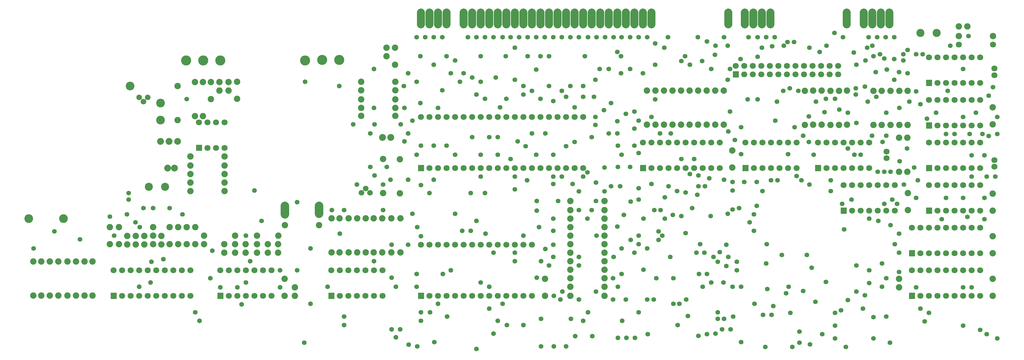
<source format=gbr>
%FSLAX34Y34*%
%MOMM*%
%LNSOLDERMASK_BOTTOM*%
G71*
G01*
%ADD10C,1.800*%
%ADD11C,1.400*%
%ADD12C,2.400*%
%ADD13C,2.400*%
%ADD14C,1.900*%
%ADD15C,1.420*%
%ADD16C,1.410*%
%ADD17C,1.800*%
%ADD18C,1.680*%
%ADD19C,2.040*%
%ADD20C,2.500*%
%ADD21C,2.200*%
%ADD22C,1.430*%
%ADD23C,3.000*%
%ADD24C,2.600*%
%ADD25C,2.000*%
%LPD*%
G36*
X2726262Y353488D02*
X2744262Y353488D01*
X2744262Y335488D01*
X2726262Y335488D01*
X2726262Y353488D01*
G37*
X2760662Y344488D02*
G54D10*
D03*
X2786062Y344488D02*
G54D10*
D03*
X2811462Y344488D02*
G54D10*
D03*
X2836862Y344488D02*
G54D10*
D03*
X2862262Y344488D02*
G54D10*
D03*
X2887662Y344488D02*
G54D10*
D03*
X2913062Y344488D02*
G54D10*
D03*
X2938462Y344488D02*
G54D10*
D03*
X2938462Y420688D02*
G54D10*
D03*
X2913062Y420688D02*
G54D10*
D03*
X2887662Y420688D02*
G54D10*
D03*
X2862262Y420688D02*
G54D10*
D03*
X2836862Y420688D02*
G54D10*
D03*
X2811462Y420688D02*
G54D10*
D03*
X2786062Y420688D02*
G54D10*
D03*
X2760662Y420688D02*
G54D10*
D03*
X2735262Y420688D02*
G54D10*
D03*
G36*
X2726262Y480488D02*
X2744262Y480488D01*
X2744262Y462488D01*
X2726262Y462488D01*
X2726262Y480488D01*
G37*
X2760662Y471488D02*
G54D10*
D03*
X2786062Y471488D02*
G54D10*
D03*
X2811462Y471488D02*
G54D10*
D03*
X2836862Y471488D02*
G54D10*
D03*
X2862262Y471488D02*
G54D10*
D03*
X2887662Y471488D02*
G54D10*
D03*
X2913062Y471488D02*
G54D10*
D03*
X2938462Y471488D02*
G54D10*
D03*
X2938462Y547688D02*
G54D10*
D03*
X2913062Y547688D02*
G54D10*
D03*
X2887662Y547688D02*
G54D10*
D03*
X2862262Y547688D02*
G54D10*
D03*
X2836862Y547688D02*
G54D10*
D03*
X2811462Y547688D02*
G54D10*
D03*
X2786062Y547688D02*
G54D10*
D03*
X2760662Y547688D02*
G54D10*
D03*
X2735262Y547688D02*
G54D10*
D03*
G36*
X2777062Y607488D02*
X2795062Y607488D01*
X2795062Y589488D01*
X2777062Y589488D01*
X2777062Y607488D01*
G37*
X2811462Y598488D02*
G54D10*
D03*
X2836862Y598488D02*
G54D10*
D03*
X2862262Y598488D02*
G54D10*
D03*
X2887662Y598488D02*
G54D10*
D03*
X2913062Y598488D02*
G54D10*
D03*
X2938462Y598488D02*
G54D10*
D03*
X2938462Y674688D02*
G54D10*
D03*
X2913062Y674688D02*
G54D10*
D03*
X2887662Y674688D02*
G54D10*
D03*
X2862262Y674688D02*
G54D10*
D03*
X2836862Y674688D02*
G54D10*
D03*
X2811462Y674688D02*
G54D10*
D03*
X2786062Y674688D02*
G54D10*
D03*
G36*
X2523062Y607488D02*
X2541062Y607488D01*
X2541062Y589488D01*
X2523062Y589488D01*
X2523062Y607488D01*
G37*
X2557462Y598488D02*
G54D10*
D03*
X2582862Y598488D02*
G54D10*
D03*
X2608262Y598488D02*
G54D10*
D03*
X2633662Y598488D02*
G54D10*
D03*
X2659062Y598488D02*
G54D10*
D03*
X2684462Y598488D02*
G54D10*
D03*
X2684462Y674688D02*
G54D10*
D03*
X2659062Y674688D02*
G54D10*
D03*
X2633662Y674688D02*
G54D10*
D03*
X2608262Y674688D02*
G54D10*
D03*
X2582862Y674688D02*
G54D10*
D03*
X2557462Y674688D02*
G54D10*
D03*
X2532062Y674688D02*
G54D10*
D03*
G36*
X2777062Y734488D02*
X2795062Y734488D01*
X2795062Y716488D01*
X2777062Y716488D01*
X2777062Y734488D01*
G37*
X2811462Y725488D02*
G54D10*
D03*
X2836862Y725488D02*
G54D10*
D03*
X2862262Y725488D02*
G54D10*
D03*
X2887662Y725488D02*
G54D10*
D03*
X2913062Y725488D02*
G54D10*
D03*
X2938462Y725488D02*
G54D10*
D03*
X2938462Y801688D02*
G54D10*
D03*
X2913062Y801688D02*
G54D10*
D03*
X2887662Y801688D02*
G54D10*
D03*
X2862262Y801688D02*
G54D10*
D03*
X2836862Y801688D02*
G54D10*
D03*
X2811462Y801688D02*
G54D10*
D03*
X2786062Y801688D02*
G54D10*
D03*
G36*
X2777062Y861488D02*
X2795062Y861488D01*
X2795062Y843488D01*
X2777062Y843488D01*
X2777062Y861488D01*
G37*
X2811462Y852488D02*
G54D10*
D03*
X2836862Y852488D02*
G54D10*
D03*
X2862262Y852488D02*
G54D10*
D03*
X2887662Y852488D02*
G54D10*
D03*
X2913062Y852488D02*
G54D10*
D03*
X2938462Y852488D02*
G54D10*
D03*
X2938462Y928688D02*
G54D10*
D03*
X2913062Y928688D02*
G54D10*
D03*
X2887662Y928688D02*
G54D10*
D03*
X2862262Y928688D02*
G54D10*
D03*
X2836862Y928688D02*
G54D10*
D03*
X2811462Y928688D02*
G54D10*
D03*
X2786062Y928688D02*
G54D10*
D03*
G36*
X2777062Y988488D02*
X2795062Y988488D01*
X2795062Y970488D01*
X2777062Y970488D01*
X2777062Y988488D01*
G37*
X2811462Y979488D02*
G54D10*
D03*
X2836862Y979488D02*
G54D10*
D03*
X2862262Y979488D02*
G54D10*
D03*
X2887662Y979488D02*
G54D10*
D03*
X2913062Y979488D02*
G54D10*
D03*
X2938462Y979488D02*
G54D10*
D03*
X2938462Y1055688D02*
G54D10*
D03*
X2913062Y1055688D02*
G54D10*
D03*
X2887662Y1055688D02*
G54D10*
D03*
X2862262Y1055688D02*
G54D10*
D03*
X2836862Y1055688D02*
G54D10*
D03*
X2811462Y1055688D02*
G54D10*
D03*
X2786062Y1055688D02*
G54D10*
D03*
G36*
X2446862Y734488D02*
X2464862Y734488D01*
X2464862Y716488D01*
X2446862Y716488D01*
X2446862Y734488D01*
G37*
X2481262Y725488D02*
G54D10*
D03*
X2506662Y725488D02*
G54D10*
D03*
X2532062Y725488D02*
G54D10*
D03*
X2557462Y725488D02*
G54D10*
D03*
X2582862Y725488D02*
G54D10*
D03*
X2608262Y725488D02*
G54D10*
D03*
X2608262Y801688D02*
G54D10*
D03*
X2582862Y801688D02*
G54D10*
D03*
X2557462Y801688D02*
G54D10*
D03*
X2532062Y801688D02*
G54D10*
D03*
X2506662Y801688D02*
G54D10*
D03*
X2481262Y801688D02*
G54D10*
D03*
X2455862Y801688D02*
G54D10*
D03*
G36*
X2230962Y734488D02*
X2248962Y734488D01*
X2248962Y716488D01*
X2230962Y716488D01*
X2230962Y734488D01*
G37*
X2265362Y725488D02*
G54D10*
D03*
X2290762Y725488D02*
G54D10*
D03*
X2316162Y725488D02*
G54D10*
D03*
X2341562Y725488D02*
G54D10*
D03*
X2366962Y725488D02*
G54D10*
D03*
X2392362Y725488D02*
G54D10*
D03*
X2392362Y801688D02*
G54D10*
D03*
X2366962Y801688D02*
G54D10*
D03*
X2341562Y801688D02*
G54D10*
D03*
X2316162Y801688D02*
G54D10*
D03*
X2290762Y801688D02*
G54D10*
D03*
X2265362Y801688D02*
G54D10*
D03*
X2239962Y801688D02*
G54D10*
D03*
G36*
X1926162Y734488D02*
X1944162Y734488D01*
X1944162Y716488D01*
X1926162Y716488D01*
X1926162Y734488D01*
G37*
X1960562Y725488D02*
G54D10*
D03*
X1985962Y725488D02*
G54D10*
D03*
X2011362Y725488D02*
G54D10*
D03*
X2036762Y725488D02*
G54D10*
D03*
X2062162Y725488D02*
G54D10*
D03*
X2087562Y725488D02*
G54D10*
D03*
X2112962Y725488D02*
G54D10*
D03*
X2138362Y725488D02*
G54D10*
D03*
X2163762Y725488D02*
G54D10*
D03*
X2163762Y801688D02*
G54D10*
D03*
X2138362Y801688D02*
G54D10*
D03*
X2112962Y801688D02*
G54D10*
D03*
X2087562Y801688D02*
G54D10*
D03*
X2062162Y801688D02*
G54D10*
D03*
X2036762Y801688D02*
G54D10*
D03*
X2011362Y801688D02*
G54D10*
D03*
X1985962Y801688D02*
G54D10*
D03*
X1960562Y801688D02*
G54D10*
D03*
X1935162Y801688D02*
G54D10*
D03*
G36*
X1265762Y734488D02*
X1283762Y734488D01*
X1283762Y716488D01*
X1265762Y716488D01*
X1265762Y734488D01*
G37*
X1300162Y725488D02*
G54D10*
D03*
X1325562Y725488D02*
G54D10*
D03*
X1350962Y725488D02*
G54D10*
D03*
X1376362Y725488D02*
G54D10*
D03*
X1401762Y725488D02*
G54D10*
D03*
X1427162Y725488D02*
G54D10*
D03*
X1452562Y725488D02*
G54D10*
D03*
X1477962Y725488D02*
G54D10*
D03*
X1503362Y725488D02*
G54D10*
D03*
X1528762Y725488D02*
G54D10*
D03*
X1554162Y725488D02*
G54D10*
D03*
X1579562Y725488D02*
G54D10*
D03*
X1604962Y725488D02*
G54D10*
D03*
X1630362Y725488D02*
G54D10*
D03*
X1655762Y725488D02*
G54D10*
D03*
X1681162Y725488D02*
G54D10*
D03*
X1706562Y725488D02*
G54D10*
D03*
X1731962Y725488D02*
G54D10*
D03*
X1757362Y725488D02*
G54D10*
D03*
X1757362Y877888D02*
G54D10*
D03*
X1731962Y877888D02*
G54D10*
D03*
X1706562Y877888D02*
G54D10*
D03*
X1681162Y877888D02*
G54D10*
D03*
X1655762Y877888D02*
G54D10*
D03*
X1630362Y877888D02*
G54D10*
D03*
X1604962Y877888D02*
G54D10*
D03*
X1579562Y877888D02*
G54D10*
D03*
X1554162Y877888D02*
G54D10*
D03*
X1528762Y877888D02*
G54D10*
D03*
X1503362Y877888D02*
G54D10*
D03*
X1477962Y877888D02*
G54D10*
D03*
X1452562Y877888D02*
G54D10*
D03*
X1427162Y877888D02*
G54D10*
D03*
X1401762Y877888D02*
G54D10*
D03*
X1376362Y877888D02*
G54D10*
D03*
X1350962Y877888D02*
G54D10*
D03*
X1325562Y877888D02*
G54D10*
D03*
X1300162Y877888D02*
G54D10*
D03*
X1274762Y877888D02*
G54D10*
D03*
G36*
X351362Y353488D02*
X369362Y353488D01*
X369362Y335488D01*
X351362Y335488D01*
X351362Y353488D01*
G37*
X385762Y344488D02*
G54D10*
D03*
X411162Y344488D02*
G54D10*
D03*
X436562Y344488D02*
G54D10*
D03*
X461962Y344488D02*
G54D10*
D03*
X487362Y344488D02*
G54D10*
D03*
X512762Y344488D02*
G54D10*
D03*
X538162Y344488D02*
G54D10*
D03*
X563562Y344488D02*
G54D10*
D03*
X588962Y344488D02*
G54D10*
D03*
X588962Y420688D02*
G54D10*
D03*
X563562Y420688D02*
G54D10*
D03*
X538162Y420688D02*
G54D10*
D03*
X512762Y420688D02*
G54D10*
D03*
X487362Y420688D02*
G54D10*
D03*
X461962Y420688D02*
G54D10*
D03*
X436562Y420688D02*
G54D10*
D03*
X411162Y420688D02*
G54D10*
D03*
X385762Y420688D02*
G54D10*
D03*
X360362Y420688D02*
G54D10*
D03*
G36*
X668862Y353488D02*
X686862Y353488D01*
X686862Y335488D01*
X668862Y335488D01*
X668862Y353488D01*
G37*
X703262Y344488D02*
G54D10*
D03*
X728662Y344488D02*
G54D10*
D03*
X754062Y344488D02*
G54D10*
D03*
X779462Y344488D02*
G54D10*
D03*
X804862Y344488D02*
G54D10*
D03*
X830262Y344488D02*
G54D10*
D03*
X830262Y420688D02*
G54D10*
D03*
X804862Y420688D02*
G54D10*
D03*
X779462Y420688D02*
G54D10*
D03*
X754062Y420688D02*
G54D10*
D03*
X728662Y420688D02*
G54D10*
D03*
X703262Y420688D02*
G54D10*
D03*
X677862Y420688D02*
G54D10*
D03*
G36*
X999062Y353488D02*
X1017062Y353488D01*
X1017062Y335488D01*
X999062Y335488D01*
X999062Y353488D01*
G37*
X1033462Y344488D02*
G54D10*
D03*
X1058862Y344488D02*
G54D10*
D03*
X1084262Y344488D02*
G54D10*
D03*
X1109662Y344488D02*
G54D10*
D03*
X1135062Y344488D02*
G54D10*
D03*
X1160462Y344488D02*
G54D10*
D03*
X1160462Y420688D02*
G54D10*
D03*
X1135062Y420688D02*
G54D10*
D03*
X1109662Y420688D02*
G54D10*
D03*
X1084262Y420688D02*
G54D10*
D03*
X1058862Y420688D02*
G54D10*
D03*
X1033462Y420688D02*
G54D10*
D03*
X1008062Y420688D02*
G54D10*
D03*
G36*
X1265762Y353488D02*
X1283762Y353488D01*
X1283762Y335488D01*
X1265762Y335488D01*
X1265762Y353488D01*
G37*
X1300162Y344488D02*
G54D10*
D03*
X1325562Y344488D02*
G54D10*
D03*
X1350962Y344488D02*
G54D10*
D03*
X1376362Y344488D02*
G54D10*
D03*
X1401762Y344488D02*
G54D10*
D03*
X1427162Y344488D02*
G54D10*
D03*
X1452562Y344488D02*
G54D10*
D03*
X1477962Y344488D02*
G54D10*
D03*
X1503362Y344488D02*
G54D10*
D03*
X1528762Y344488D02*
G54D10*
D03*
X1554162Y344488D02*
G54D10*
D03*
X1579562Y344488D02*
G54D10*
D03*
X1604962Y344488D02*
G54D10*
D03*
X1604962Y496888D02*
G54D10*
D03*
X1579562Y496888D02*
G54D10*
D03*
X1554162Y496888D02*
G54D10*
D03*
X1528762Y496888D02*
G54D10*
D03*
X1503362Y496888D02*
G54D10*
D03*
X1477962Y496888D02*
G54D10*
D03*
X1452562Y496888D02*
G54D10*
D03*
X1427162Y496888D02*
G54D10*
D03*
X1401762Y496888D02*
G54D10*
D03*
X1376362Y496888D02*
G54D10*
D03*
X1350962Y496888D02*
G54D10*
D03*
X1325562Y496888D02*
G54D10*
D03*
X1300162Y496888D02*
G54D10*
D03*
X1274762Y496888D02*
G54D10*
D03*
G36*
X605362Y794813D02*
X623362Y794813D01*
X623362Y776813D01*
X605362Y776813D01*
X605362Y794813D01*
G37*
X639762Y785813D02*
G54D10*
D03*
X665162Y785813D02*
G54D10*
D03*
X690562Y785813D02*
G54D10*
D03*
X690562Y862013D02*
G54D10*
D03*
X665162Y862013D02*
G54D10*
D03*
X639762Y862013D02*
G54D10*
D03*
X614362Y862013D02*
G54D10*
D03*
X1274762Y522288D02*
G54D11*
D03*
X1274762Y674688D02*
G54D11*
D03*
X1554162Y661988D02*
G54D11*
D03*
X1554162Y700088D02*
G54D11*
D03*
X1668462Y700088D02*
G54D11*
D03*
X1668462Y765176D02*
G54D11*
D03*
X1871662Y765176D02*
G54D11*
D03*
X1858962Y865188D02*
G54D11*
D03*
X1878012Y585788D02*
G54D11*
D03*
X2024062Y585788D02*
G54D11*
D03*
X1960562Y877888D02*
G54D11*
D03*
X2328862Y866776D02*
G54D11*
D03*
X2779712Y873126D02*
G54D11*
D03*
X1947862Y1116013D02*
G54D11*
D03*
G54D12*
X1960562Y1189038D02*
X1960562Y1154113D01*
G54D12*
X1935162Y1189038D02*
X1935162Y1154113D01*
G54D12*
X1909762Y1189038D02*
X1909762Y1154113D01*
G54D12*
X1884362Y1189038D02*
X1884362Y1154113D01*
G54D12*
X1858962Y1189038D02*
X1858962Y1154113D01*
G54D12*
X1833562Y1189038D02*
X1833562Y1154113D01*
G54D12*
X1808162Y1189038D02*
X1808162Y1154113D01*
G54D12*
X1782762Y1189038D02*
X1782762Y1154113D01*
G54D12*
X1757362Y1189038D02*
X1757362Y1154113D01*
G54D12*
X1731962Y1189038D02*
X1731962Y1154113D01*
G54D12*
X1706562Y1189038D02*
X1706562Y1154113D01*
G54D12*
X1681162Y1189038D02*
X1681162Y1154113D01*
G54D12*
X1655762Y1189038D02*
X1655762Y1154113D01*
G54D12*
X1630362Y1189038D02*
X1630362Y1154113D01*
G54D12*
X1604962Y1189038D02*
X1604962Y1154113D01*
G54D12*
X1579562Y1189038D02*
X1579562Y1154113D01*
G54D12*
X1554162Y1189038D02*
X1554162Y1154113D01*
G54D12*
X1528762Y1189038D02*
X1528762Y1154113D01*
G54D12*
X1503362Y1189038D02*
X1503362Y1154113D01*
G54D12*
X1477962Y1189038D02*
X1477962Y1154113D01*
G54D12*
X1452562Y1189038D02*
X1452562Y1154113D01*
G54D12*
X1427162Y1189038D02*
X1427162Y1154113D01*
G54D12*
X1401762Y1189038D02*
X1401762Y1154113D01*
G54D12*
X1350962Y1189038D02*
X1350962Y1154113D01*
G54D12*
X1325562Y1189038D02*
X1325562Y1154113D01*
G54D12*
X1300162Y1189038D02*
X1300162Y1154113D01*
G54D12*
X1274762Y1189038D02*
X1274762Y1154113D01*
X1262062Y1116013D02*
G54D11*
D03*
X1287462Y1116013D02*
G54D11*
D03*
X1312862Y1116013D02*
G54D11*
D03*
X1338262Y1116013D02*
G54D11*
D03*
X1414462Y1116013D02*
G54D11*
D03*
X1439862Y1116013D02*
G54D11*
D03*
X1465262Y1116013D02*
G54D11*
D03*
X1490662Y1116013D02*
G54D11*
D03*
X1517650Y1116013D02*
G54D11*
D03*
X1541462Y1116013D02*
G54D11*
D03*
X1566862Y1116013D02*
G54D11*
D03*
X1592262Y1116013D02*
G54D11*
D03*
X1617662Y1116013D02*
G54D11*
D03*
X1643062Y1116013D02*
G54D11*
D03*
X1668462Y1116013D02*
G54D11*
D03*
X1693862Y1116013D02*
G54D11*
D03*
X1719262Y1116013D02*
G54D11*
D03*
X1744662Y1116013D02*
G54D11*
D03*
X1771650Y1116013D02*
G54D11*
D03*
X1797050Y1116013D02*
G54D11*
D03*
X1822450Y1116013D02*
G54D11*
D03*
X1847850Y1116013D02*
G54D11*
D03*
X1871662Y1116013D02*
G54D11*
D03*
X1897062Y1116013D02*
G54D11*
D03*
X1922462Y1116013D02*
G54D11*
D03*
G54D12*
X2189162Y1189038D02*
X2189162Y1154113D01*
G54D12*
X2238374Y1189038D02*
X2238374Y1154113D01*
G54D12*
X2263774Y1189038D02*
X2263774Y1154113D01*
G54D12*
X2289174Y1189038D02*
X2289174Y1154113D01*
G54D12*
X2314574Y1189038D02*
X2314574Y1154113D01*
G54D12*
X2541587Y1189038D02*
X2541587Y1154113D01*
G54D12*
X2592387Y1189038D02*
X2592387Y1154113D01*
G54D12*
X2617787Y1189038D02*
X2617787Y1154113D01*
G54D12*
X2643187Y1189038D02*
X2643187Y1154113D01*
G54D12*
X2668587Y1189038D02*
X2668587Y1154113D01*
X2760662Y1128713D02*
G54D13*
D03*
X2809062Y1128713D02*
G54D13*
D03*
X2874962Y1147763D02*
G54D14*
D03*
X2900362Y1147763D02*
G54D14*
D03*
X2903537Y1119188D02*
G54D11*
D03*
X2849562Y1090613D02*
G54D11*
D03*
X2887662Y1020763D02*
G54D11*
D03*
X2747962Y1065213D02*
G54D11*
D03*
X2767012Y1065213D02*
G54D11*
D03*
X2976562Y966788D02*
G54D11*
D03*
X2989262Y877888D02*
G54D11*
D03*
X2925762Y890588D02*
G54D11*
D03*
X2887662Y877888D02*
G54D11*
D03*
X2806700Y890588D02*
G54D11*
D03*
X2722562Y1077913D02*
G54D11*
D03*
X2709862Y1065213D02*
G54D11*
D03*
X2709862Y1046163D02*
G54D11*
D03*
X2682874Y1050926D02*
G54D11*
D03*
X2697162Y1011238D02*
G54D11*
D03*
X2722562Y1008063D02*
G54D11*
D03*
X2682874Y989013D02*
G54D11*
D03*
X2697828Y904835D02*
G54D11*
D03*
X2963862Y941388D02*
G54D11*
D03*
X2963862Y820738D02*
G54D11*
D03*
X2836862Y827088D02*
G54D11*
D03*
X2862262Y827088D02*
G54D11*
D03*
X2906712Y827088D02*
G54D11*
D03*
X2944812Y827088D02*
G54D11*
D03*
X2951162Y763588D02*
G54D11*
D03*
X2913062Y763588D02*
G54D11*
D03*
X2989262Y827088D02*
G54D11*
D03*
X2913062Y700088D02*
G54D11*
D03*
X2957512Y700088D02*
G54D11*
D03*
X2982912Y700088D02*
G54D11*
D03*
X2951162Y636588D02*
G54D11*
D03*
X2887662Y636588D02*
G54D11*
D03*
X2836862Y636588D02*
G54D11*
D03*
X2824162Y573088D02*
G54D11*
D03*
X2900362Y579438D02*
G54D11*
D03*
X2951162Y573088D02*
G54D11*
D03*
X2913062Y369888D02*
G54D11*
D03*
X2887662Y369888D02*
G54D11*
D03*
X2989262Y217488D02*
G54D11*
D03*
X2957512Y230188D02*
G54D11*
D03*
X2938462Y242888D02*
G54D11*
D03*
X2887662Y255588D02*
G54D11*
D03*
X2773362Y268288D02*
G54D11*
D03*
X2786062Y293688D02*
G54D11*
D03*
X2760662Y306388D02*
G54D11*
D03*
X2747962Y369888D02*
G54D11*
D03*
X2727324Y923926D02*
G54D11*
D03*
X2760662Y915988D02*
G54D11*
D03*
X2682874Y1116013D02*
G54D11*
D03*
X2657474Y1116013D02*
G54D11*
D03*
X2632074Y1116013D02*
G54D11*
D03*
X2606674Y1116013D02*
G54D11*
D03*
X2975765Y395474D02*
G54D14*
D03*
X2975765Y344674D02*
G54D14*
D03*
X2975765Y522474D02*
G54D14*
D03*
X2975765Y471674D02*
G54D14*
D03*
X2975765Y649474D02*
G54D14*
D03*
X2975765Y598674D02*
G54D14*
D03*
X2975765Y906649D02*
G54D14*
D03*
X2975765Y855849D02*
G54D14*
D03*
X2980312Y729417D02*
G54D10*
D03*
X2980312Y749517D02*
G54D10*
D03*
X2980312Y1002467D02*
G54D10*
D03*
X2980312Y1022567D02*
G54D10*
D03*
X2841624Y955676D02*
G54D11*
D03*
X2747962Y954088D02*
G54D15*
D03*
X2659637Y754817D02*
G54D10*
D03*
X2659637Y774917D02*
G54D10*
D03*
X2530474Y1116013D02*
G54D15*
D03*
X2659062Y890588D02*
G54D15*
D03*
X2603500Y923926D02*
G54D15*
D03*
X2628900Y938213D02*
G54D15*
D03*
X2544762Y890588D02*
G54D15*
D03*
X2519362Y900113D02*
G54D15*
D03*
X2506662Y931863D02*
G54D15*
D03*
X2568574Y944563D02*
G54D15*
D03*
X2568574Y963613D02*
G54D15*
D03*
X2595562Y968376D02*
G54D15*
D03*
X2627312Y1011238D02*
G54D15*
D03*
X2660650Y1019176D02*
G54D15*
D03*
X2570162Y1033463D02*
G54D15*
D03*
X2597150Y1046163D02*
G54D15*
D03*
X2652712Y1052513D02*
G54D15*
D03*
X2620962Y1058863D02*
G54D15*
D03*
X2640012Y1065213D02*
G54D15*
D03*
X2617787Y1090613D02*
G54D15*
D03*
X2601912Y1084263D02*
G54D15*
D03*
X2647950Y803276D02*
G54D15*
D03*
X2659062Y822326D02*
G54D15*
D03*
X2616200Y822326D02*
G54D15*
D03*
X2720974Y784226D02*
G54D15*
D03*
X2698750Y746126D02*
G54D15*
D03*
X2428874Y879476D02*
G54D15*
D03*
X2436812Y428626D02*
G54D15*
D03*
X2570162Y860426D02*
G54D16*
D03*
X2386012Y847726D02*
G54D16*
D03*
X2411412Y822326D02*
G54D16*
D03*
X2428874Y803276D02*
G54D16*
D03*
X2443162Y765176D02*
G54D16*
D03*
X2544762Y784226D02*
G54D16*
D03*
X2563812Y765176D02*
G54D16*
D03*
X2582862Y765176D02*
G54D16*
D03*
X2366962Y766763D02*
G54D16*
D03*
X2474912Y892176D02*
G54D16*
D03*
X2392362Y701676D02*
G54D16*
D03*
X2406650Y688976D02*
G54D16*
D03*
X2430462Y676276D02*
G54D16*
D03*
X2493962Y688976D02*
G54D16*
D03*
X2493962Y657226D02*
G54D16*
D03*
X2301874Y441326D02*
G54D16*
D03*
X2635250Y568326D02*
G54D16*
D03*
G36*
X2202387Y1013888D02*
X2220387Y1013888D01*
X2220387Y995888D01*
X2202387Y995888D01*
X2202387Y1013888D01*
G37*
X2211387Y1030288D02*
G54D10*
D03*
X2236787Y1004888D02*
G54D10*
D03*
X2236787Y1030288D02*
G54D10*
D03*
X2262187Y1004888D02*
G54D10*
D03*
X2262187Y1030288D02*
G54D10*
D03*
X2287587Y1004888D02*
G54D10*
D03*
X2287587Y1030288D02*
G54D10*
D03*
X2312987Y1004888D02*
G54D10*
D03*
X2312987Y1030288D02*
G54D10*
D03*
X2338387Y1004888D02*
G54D10*
D03*
X2338387Y1030288D02*
G54D10*
D03*
X2363787Y1004888D02*
G54D10*
D03*
X2363787Y1030288D02*
G54D10*
D03*
X2389187Y1004888D02*
G54D10*
D03*
X2389187Y1030288D02*
G54D10*
D03*
X2414587Y1004888D02*
G54D10*
D03*
X2414587Y1030288D02*
G54D10*
D03*
X2439987Y1004888D02*
G54D10*
D03*
X2439987Y1030288D02*
G54D10*
D03*
X2465387Y1004888D02*
G54D10*
D03*
X2465387Y1030288D02*
G54D10*
D03*
X2490787Y1004888D02*
G54D10*
D03*
X2490787Y1030288D02*
G54D10*
D03*
X2516187Y1004888D02*
G54D10*
D03*
X2516187Y1030288D02*
G54D10*
D03*
X2671762Y714376D02*
G54D16*
D03*
X2652712Y714376D02*
G54D16*
D03*
X2633662Y714376D02*
G54D16*
D03*
X2741612Y727076D02*
G54D16*
D03*
X2752724Y688976D02*
G54D16*
D03*
X2711450Y676276D02*
G54D16*
D03*
X2670174Y204788D02*
G54D16*
D03*
X1911350Y219076D02*
G54D16*
D03*
X1720850Y276226D02*
G54D16*
D03*
X1631950Y276226D02*
G54D16*
D03*
X1631950Y193676D02*
G54D16*
D03*
X1263650Y193676D02*
G54D16*
D03*
X1173162Y728663D02*
G54D16*
D03*
X1123950Y728663D02*
G54D16*
D03*
X1123950Y828676D02*
G54D16*
D03*
X1096962Y904876D02*
G54D14*
D03*
X1198562Y904876D02*
G54D14*
D03*
X2193924Y893763D02*
G54D16*
D03*
X1909762Y893763D02*
G54D16*
D03*
X1909762Y842963D02*
G54D16*
D03*
X2201862Y658813D02*
G54D16*
D03*
X2036762Y657226D02*
G54D15*
D03*
X2676524Y631826D02*
G54D15*
D03*
X2555874Y631826D02*
G54D15*
D03*
X2544762Y331788D02*
G54D15*
D03*
X1846262Y333376D02*
G54D15*
D03*
X1795462Y357188D02*
G54D15*
D03*
X1262062Y371476D02*
G54D15*
D03*
X1262062Y409576D02*
G54D15*
D03*
X2449512Y923926D02*
G54D15*
D03*
X2468562Y230188D02*
G54D15*
D03*
X2100262Y225426D02*
G54D15*
D03*
X2506662Y217488D02*
G54D15*
D03*
X2620962Y217488D02*
G54D15*
D03*
X2620962Y280988D02*
G54D15*
D03*
X2203450Y282576D02*
G54D15*
D03*
X2201862Y371476D02*
G54D15*
D03*
X1719262Y344488D02*
G54D14*
D03*
X1820862Y344488D02*
G54D14*
D03*
X1744662Y434976D02*
G54D15*
D03*
X1655762Y434976D02*
G54D15*
D03*
X1236662Y496888D02*
G54D15*
D03*
X1223962Y969963D02*
G54D15*
D03*
X1225550Y904876D02*
G54D15*
D03*
X1325562Y904876D02*
G54D15*
D03*
X1214437Y855663D02*
G54D15*
D03*
X1096962Y881063D02*
G54D14*
D03*
X1198562Y881063D02*
G54D14*
D03*
X1579557Y969958D02*
G54D15*
D03*
X2697828Y955635D02*
G54D14*
D03*
X2697828Y854035D02*
G54D14*
D03*
X2697393Y815975D02*
G54D14*
D03*
X2697393Y714376D02*
G54D14*
D03*
X2721945Y815950D02*
G54D14*
D03*
X2721945Y714350D02*
G54D14*
D03*
X2874962Y1119188D02*
G54D14*
D03*
X2976562Y1119188D02*
G54D14*
D03*
X2874962Y1093788D02*
G54D17*
D03*
X2976562Y1093788D02*
G54D17*
D03*
X2671762Y555626D02*
G54D15*
D03*
X2645382Y955512D02*
G54D14*
D03*
X2645382Y853912D02*
G54D14*
D03*
X2671414Y955853D02*
G54D14*
D03*
X2671414Y854253D02*
G54D14*
D03*
X2722214Y955853D02*
G54D14*
D03*
X2722214Y854253D02*
G54D14*
D03*
X2620614Y955853D02*
G54D14*
D03*
X2620614Y854253D02*
G54D14*
D03*
X2652712Y619126D02*
G54D15*
D03*
X2690812Y619126D02*
G54D15*
D03*
X2527300Y619126D02*
G54D15*
D03*
X2608262Y574676D02*
G54D15*
D03*
X2723352Y651062D02*
G54D14*
D03*
X2723352Y600261D02*
G54D14*
D03*
X2747962Y636588D02*
G54D15*
D03*
X2201066Y778061D02*
G54D14*
D03*
X2201066Y727261D02*
G54D14*
D03*
X2335212Y688976D02*
G54D15*
D03*
X2208212Y809626D02*
G54D15*
D03*
X2220912Y606426D02*
G54D15*
D03*
X2273300Y612776D02*
G54D15*
D03*
X2400300Y204788D02*
G54D15*
D03*
X1314450Y206376D02*
G54D15*
D03*
X2533650Y542926D02*
G54D15*
D03*
X2538412Y192088D02*
G54D15*
D03*
X1439862Y185738D02*
G54D15*
D03*
X1452562Y384176D02*
G54D15*
D03*
X754062Y384176D02*
G54D15*
D03*
X2327274Y1116013D02*
G54D15*
D03*
X2301874Y1116013D02*
G54D15*
D03*
X2276474Y1116013D02*
G54D15*
D03*
X2249487Y1116013D02*
G54D15*
D03*
X2176462Y1116013D02*
G54D15*
D03*
X2416512Y956104D02*
G54D14*
D03*
X2416512Y854504D02*
G54D14*
D03*
X1985962Y828676D02*
G54D15*
D03*
X1966912Y333376D02*
G54D15*
D03*
X2043112Y320676D02*
G54D15*
D03*
X2397124Y955676D02*
G54D15*
D03*
X2352674Y955676D02*
G54D15*
D03*
X2354262Y1090613D02*
G54D15*
D03*
X2441388Y956307D02*
G54D14*
D03*
X2441387Y854707D02*
G54D14*
D03*
X2430462Y1084263D02*
G54D15*
D03*
X2562224Y1069976D02*
G54D15*
D03*
X2505074Y1128713D02*
G54D15*
D03*
X2481262Y1090613D02*
G54D15*
D03*
X2460624Y1071563D02*
G54D15*
D03*
X2365374Y1101726D02*
G54D15*
D03*
X2384424Y1101726D02*
G54D15*
D03*
X2319337Y1089026D02*
G54D15*
D03*
X2289174Y1084263D02*
G54D15*
D03*
X2479674Y931863D02*
G54D15*
D03*
X2371724Y963613D02*
G54D15*
D03*
X2187574Y1090613D02*
G54D15*
D03*
X2225674Y1050926D02*
G54D15*
D03*
X2276474Y1057276D02*
G54D15*
D03*
X2333624Y923926D02*
G54D15*
D03*
X2276474Y930276D02*
G54D15*
D03*
X2246312Y930276D02*
G54D15*
D03*
X2447924Y327026D02*
G54D15*
D03*
X2063750Y333376D02*
G54D15*
D03*
X2466787Y956306D02*
G54D14*
D03*
X2466787Y854706D02*
G54D14*
D03*
X2479674Y385763D02*
G54D15*
D03*
X2112962Y371476D02*
G54D15*
D03*
X1992312Y523876D02*
G54D15*
D03*
X1922462Y523876D02*
G54D15*
D03*
X1922462Y631826D02*
G54D15*
D03*
X2290762Y657226D02*
G54D15*
D03*
X2492712Y956104D02*
G54D14*
D03*
X2492712Y854504D02*
G54D14*
D03*
X2542363Y854732D02*
G54D14*
D03*
X2542363Y956332D02*
G54D14*
D03*
X2518112Y956105D02*
G54D14*
D03*
X2518112Y854505D02*
G54D14*
D03*
X800100Y568326D02*
G54D15*
D03*
X1136650Y703263D02*
G54D15*
D03*
X1136650Y855663D02*
G54D15*
D03*
X1833562Y828676D02*
G54D15*
D03*
X1858962Y1071563D02*
G54D15*
D03*
X2227262Y847726D02*
G54D15*
D03*
X2265362Y538163D02*
G54D15*
D03*
X2105024Y498476D02*
G54D15*
D03*
X2093912Y473076D02*
G54D15*
D03*
X2117724Y473076D02*
G54D15*
D03*
X2182812Y496888D02*
G54D15*
D03*
X2163762Y474663D02*
G54D15*
D03*
X2144712Y460376D02*
G54D15*
D03*
X2157412Y446088D02*
G54D15*
D03*
X2182812Y433388D02*
G54D15*
D03*
X2189162Y460376D02*
G54D15*
D03*
X2214562Y446088D02*
G54D15*
D03*
X2214562Y420688D02*
G54D15*
D03*
X2101850Y409576D02*
G54D15*
D03*
X2125662Y409576D02*
G54D15*
D03*
X2138362Y384176D02*
G54D15*
D03*
X2174874Y384176D02*
G54D15*
D03*
X2227262Y371476D02*
G54D15*
D03*
X2100262Y703263D02*
G54D15*
D03*
X2100262Y671513D02*
G54D15*
D03*
X2119312Y671513D02*
G54D15*
D03*
X2011362Y671513D02*
G54D15*
D03*
X1866900Y671513D02*
G54D15*
D03*
X1858962Y828676D02*
G54D15*
D03*
X1922462Y866776D02*
G54D15*
D03*
X1249362Y866776D02*
G54D15*
D03*
X1249362Y588963D02*
G54D15*
D03*
X1376362Y588963D02*
G54D15*
D03*
X2227262Y766763D02*
G54D15*
D03*
X2193924Y1020763D02*
G54D15*
D03*
X1935162Y1008063D02*
G54D15*
D03*
X1922462Y769938D02*
G54D15*
D03*
X1274762Y792163D02*
G54D15*
D03*
X1263650Y549276D02*
G54D15*
D03*
X1922462Y665163D02*
G54D15*
D03*
X2062162Y652463D02*
G54D15*
D03*
X2252662Y563563D02*
G54D15*
D03*
X2265362Y587376D02*
G54D15*
D03*
X2347912Y466726D02*
G54D15*
D03*
X2303462Y498476D02*
G54D15*
D03*
X2136774Y582613D02*
G54D15*
D03*
X2187574Y588963D02*
G54D15*
D03*
X2201862Y601663D02*
G54D15*
D03*
X2097087Y646113D02*
G54D15*
D03*
X2081212Y606426D02*
G54D15*
D03*
X2062162Y531813D02*
G54D15*
D03*
X2697162Y530226D02*
G54D15*
D03*
X2684462Y498476D02*
G54D15*
D03*
X2697162Y473076D02*
G54D15*
D03*
X2697162Y415926D02*
G54D15*
D03*
X2646362Y371476D02*
G54D15*
D03*
X2659062Y396876D02*
G54D15*
D03*
X2608262Y382588D02*
G54D15*
D03*
X2608262Y420688D02*
G54D15*
D03*
X2646362Y441326D02*
G54D15*
D03*
X2570162Y434976D02*
G54D15*
D03*
X2570162Y357188D02*
G54D15*
D03*
X2595562Y346076D02*
G54D15*
D03*
X2589212Y306388D02*
G54D15*
D03*
X2659062Y282576D02*
G54D15*
D03*
X2524124Y301626D02*
G54D15*
D03*
X2506662Y293688D02*
G54D15*
D03*
X2506662Y255588D02*
G54D15*
D03*
X2422524Y466726D02*
G54D15*
D03*
X2368550Y371476D02*
G54D15*
D03*
X2411412Y358776D02*
G54D15*
D03*
X2305050Y365126D02*
G54D15*
D03*
X2360612Y352426D02*
G54D15*
D03*
X2298700Y192088D02*
G54D15*
D03*
X2379662Y192088D02*
G54D15*
D03*
X2400300Y238126D02*
G54D15*
D03*
X2432050Y200026D02*
G54D15*
D03*
X2373312Y293688D02*
G54D15*
D03*
X2266950Y320676D02*
G54D15*
D03*
X2322512Y314326D02*
G54D15*
D03*
X2292350Y287338D02*
G54D15*
D03*
X2317750Y287338D02*
G54D15*
D03*
X2227262Y206376D02*
G54D15*
D03*
X2316162Y688976D02*
G54D15*
D03*
X2236787Y684213D02*
G54D15*
D03*
X2273300Y684213D02*
G54D15*
D03*
X2201862Y684213D02*
G54D15*
D03*
X2176462Y690563D02*
G54D15*
D03*
X2132012Y695326D02*
G54D15*
D03*
X2074862Y708026D02*
G54D15*
D03*
X2049462Y582613D02*
G54D15*
D03*
X2049462Y752476D02*
G54D15*
D03*
X2087562Y752476D02*
G54D15*
D03*
X1960562Y677863D02*
G54D15*
D03*
X1668462Y574676D02*
G54D15*
D03*
X1668462Y677863D02*
G54D15*
D03*
X1376362Y765176D02*
G54D15*
D03*
X1262062Y765176D02*
G54D15*
D03*
X1262062Y982663D02*
G54D15*
D03*
X1096962Y982663D02*
G54D14*
D03*
X1198562Y982663D02*
G54D14*
D03*
X1096962Y957263D02*
G54D14*
D03*
X1198562Y957263D02*
G54D14*
D03*
X1858962Y550863D02*
G54D15*
D03*
X1839912Y671513D02*
G54D15*
D03*
X1971674Y930276D02*
G54D15*
D03*
X1897062Y728663D02*
G54D15*
D03*
X1860550Y728663D02*
G54D15*
D03*
X1860550Y792163D02*
G54D15*
D03*
X1350962Y792163D02*
G54D15*
D03*
X1338262Y957263D02*
G54D15*
D03*
X1046162Y282576D02*
G54D15*
D03*
X1046164Y257176D02*
G54D15*
D03*
X1046162Y600076D02*
G54D15*
D03*
X1162050Y600076D02*
G54D15*
D03*
X603250Y295276D02*
G54D15*
D03*
X1161701Y752653D02*
G54D14*
D03*
X1161701Y651053D02*
G54D14*
D03*
X1212232Y751658D02*
G54D14*
D03*
X1212232Y650058D02*
G54D14*
D03*
X1162050Y676276D02*
G54D15*
D03*
X1123001Y651991D02*
G54D18*
D03*
X1110301Y664691D02*
G54D18*
D03*
X1097601Y651991D02*
G54D18*
D03*
X1160170Y816990D02*
G54D19*
D03*
X1185070Y816990D02*
G54D19*
D03*
X1159844Y575444D02*
G54D14*
D03*
X1159844Y473844D02*
G54D14*
D03*
X1085231Y575444D02*
G54D14*
D03*
X1085231Y473844D02*
G54D14*
D03*
X588962Y760413D02*
G54D14*
D03*
X690562Y760413D02*
G54D14*
D03*
X1530350Y257176D02*
G54D15*
D03*
X1274762Y269876D02*
G54D15*
D03*
X1274762Y295276D02*
G54D15*
D03*
X1301750Y295276D02*
G54D15*
D03*
X1517650Y320676D02*
G54D15*
D03*
X1197765Y1084449D02*
G54D14*
D03*
X1197765Y1033649D02*
G54D14*
D03*
X1172365Y1084449D02*
G54D14*
D03*
X1172365Y1059049D02*
G54D14*
D03*
X927100Y204788D02*
G54D15*
D03*
G54D20*
X971550Y612776D02*
X971550Y588963D01*
G54D20*
X869950Y612776D02*
X869950Y587376D01*
X869950Y587380D02*
G54D21*
D03*
X971550Y588968D02*
G54D21*
D03*
X869950Y555626D02*
G54D14*
D03*
X971550Y555626D02*
G54D14*
D03*
X588962Y657226D02*
G54D14*
D03*
X690562Y657226D02*
G54D14*
D03*
X588962Y682626D02*
G54D14*
D03*
X690562Y682626D02*
G54D14*
D03*
X2176462Y276226D02*
G54D15*
D03*
X2157412Y295276D02*
G54D15*
D03*
X2157412Y276226D02*
G54D15*
D03*
X2151062Y231776D02*
G54D15*
D03*
X2125662Y230188D02*
G54D15*
D03*
X2170112Y244476D02*
G54D15*
D03*
X2195512Y244476D02*
G54D15*
D03*
X2068512Y284163D02*
G54D15*
D03*
X2038350Y257176D02*
G54D15*
D03*
X2025650Y320676D02*
G54D15*
D03*
X1947862Y333376D02*
G54D15*
D03*
X1949450Y230188D02*
G54D15*
D03*
X1922462Y295276D02*
G54D15*
D03*
X1884362Y333376D02*
G54D15*
D03*
X1981200Y536576D02*
G54D15*
D03*
X1981200Y511176D02*
G54D15*
D03*
X2016124Y460376D02*
G54D15*
D03*
X2025650Y396876D02*
G54D15*
D03*
X1974850Y396876D02*
G54D15*
D03*
X1936750Y422276D02*
G54D15*
D03*
X1947862Y485776D02*
G54D15*
D03*
X1922462Y498476D02*
G54D15*
D03*
X1898650Y511176D02*
G54D15*
D03*
X1871662Y485776D02*
G54D15*
D03*
X1909762Y473076D02*
G54D15*
D03*
X1847850Y460376D02*
G54D15*
D03*
X1871662Y409576D02*
G54D15*
D03*
X1846262Y396876D02*
G54D15*
D03*
X1860550Y371476D02*
G54D15*
D03*
X1936750Y574676D02*
G54D15*
D03*
X2000250Y574676D02*
G54D15*
D03*
X2000250Y638176D02*
G54D15*
D03*
X1898650Y625476D02*
G54D15*
D03*
X1968500Y600076D02*
G54D15*
D03*
X1987550Y600076D02*
G54D15*
D03*
X1795462Y682626D02*
G54D15*
D03*
X1795462Y627063D02*
G54D15*
D03*
X1782762Y600076D02*
G54D15*
D03*
X1797050Y523876D02*
G54D15*
D03*
X1971674Y1096963D02*
G54D15*
D03*
X1971674Y1033463D02*
G54D15*
D03*
X2009774Y1116013D02*
G54D15*
D03*
X1998662Y1084263D02*
G54D15*
D03*
X2060574Y1058863D02*
G54D15*
D03*
X2049462Y1044576D02*
G54D15*
D03*
X2074862Y1033463D02*
G54D15*
D03*
X2098674Y1116013D02*
G54D15*
D03*
X2111374Y1044576D02*
G54D15*
D03*
X2125662Y1103313D02*
G54D15*
D03*
X2151062Y1090613D02*
G54D15*
D03*
X2149474Y1063626D02*
G54D15*
D03*
X2138362Y1020763D02*
G54D15*
D03*
X2187574Y989013D02*
G54D15*
D03*
X1897062Y1020763D02*
G54D15*
D03*
X2189162Y835026D02*
G54D15*
D03*
X1884362Y887413D02*
G54D15*
D03*
X2017712Y828676D02*
G54D15*
D03*
X1909762Y792163D02*
G54D15*
D03*
X1870074Y1058863D02*
G54D15*
D03*
X1870074Y1008063D02*
G54D15*
D03*
X1762124Y1058863D02*
G54D15*
D03*
X1806574Y1020763D02*
G54D15*
D03*
X1833562Y1020763D02*
G54D15*
D03*
X1793874Y989013D02*
G54D15*
D03*
X1757362Y969963D02*
G54D15*
D03*
X1757362Y938213D02*
G54D15*
D03*
X1789112Y938213D02*
G54D15*
D03*
X1839912Y919163D02*
G54D15*
D03*
X1819274Y898526D02*
G54D15*
D03*
X1793874Y877888D02*
G54D15*
D03*
X1793874Y854076D02*
G54D15*
D03*
X1363662Y1008063D02*
G54D15*
D03*
X1390650Y982663D02*
G54D15*
D03*
X1401762Y1008063D02*
G54D15*
D03*
X1376362Y1046163D02*
G54D15*
D03*
X1350962Y1058863D02*
G54D15*
D03*
X1452562Y1058863D02*
G54D15*
D03*
X1452562Y982663D02*
G54D15*
D03*
X1427162Y995363D02*
G54D15*
D03*
X1497012Y995363D02*
G54D15*
D03*
X1439862Y944563D02*
G54D15*
D03*
X1465262Y931863D02*
G54D15*
D03*
X1509712Y906463D02*
G54D15*
D03*
X1528762Y931863D02*
G54D15*
D03*
X1527174Y1058863D02*
G54D15*
D03*
X1592262Y1058863D02*
G54D15*
D03*
X1630362Y1058863D02*
G54D15*
D03*
X1655762Y1058863D02*
G54D15*
D03*
X1617662Y1019176D02*
G54D15*
D03*
X1604962Y955676D02*
G54D15*
D03*
X1579562Y944563D02*
G54D15*
D03*
X1630362Y931863D02*
G54D15*
D03*
X1668462Y925513D02*
G54D15*
D03*
X1731962Y906463D02*
G54D15*
D03*
X1706562Y938213D02*
G54D15*
D03*
X1719262Y969963D02*
G54D15*
D03*
X1693862Y955676D02*
G54D15*
D03*
X1655762Y969963D02*
G54D15*
D03*
X1554162Y1084263D02*
G54D15*
D03*
X1554162Y989013D02*
G54D15*
D03*
X1427162Y817563D02*
G54D15*
D03*
X1477962Y817563D02*
G54D15*
D03*
X1503362Y817563D02*
G54D15*
D03*
X1503362Y765176D02*
G54D15*
D03*
X1452562Y765176D02*
G54D15*
D03*
X1617662Y765176D02*
G54D15*
D03*
X1541462Y752476D02*
G54D15*
D03*
X1562100Y804863D02*
G54D15*
D03*
X1585912Y790576D02*
G54D15*
D03*
X1604962Y828676D02*
G54D15*
D03*
X1644650Y828676D02*
G54D15*
D03*
X1706562Y790576D02*
G54D15*
D03*
X1731962Y803276D02*
G54D15*
D03*
X1782762Y817563D02*
G54D15*
D03*
X1452562Y700088D02*
G54D15*
D03*
X1693862Y700088D02*
G54D15*
D03*
X1757362Y700088D02*
G54D15*
D03*
X1770062Y712788D02*
G54D15*
D03*
X1820862Y727076D02*
G54D15*
D03*
X1820862Y655638D02*
G54D15*
D03*
X1744662Y655638D02*
G54D15*
D03*
X1725612Y677863D02*
G54D15*
D03*
X1744662Y600076D02*
G54D15*
D03*
X1770062Y574676D02*
G54D15*
D03*
X1682750Y627063D02*
G54D15*
D03*
X1619250Y627063D02*
G54D22*
D03*
X1590674Y688976D02*
G54D22*
D03*
X1619250Y598488D02*
G54D22*
D03*
X1625600Y549276D02*
G54D22*
D03*
X1668462Y538163D02*
G54D22*
D03*
X1668462Y496888D02*
G54D22*
D03*
X1668462Y460376D02*
G54D22*
D03*
X1744662Y460376D02*
G54D22*
D03*
X1744662Y333376D02*
G54D22*
D03*
X1733550Y223838D02*
G54D22*
D03*
X1784350Y223838D02*
G54D22*
D03*
X1757362Y269876D02*
G54D22*
D03*
X1771650Y295276D02*
G54D22*
D03*
X1860550Y219076D02*
G54D22*
D03*
X1873250Y269876D02*
G54D22*
D03*
X1885950Y219076D02*
G54D22*
D03*
X1689100Y333376D02*
G54D22*
D03*
X1695450Y357188D02*
G54D22*
D03*
X1339850Y409576D02*
G54D22*
D03*
X1325562Y320676D02*
G54D22*
D03*
X1352550Y282576D02*
G54D22*
D03*
X1477962Y306388D02*
G54D22*
D03*
X1477962Y371476D02*
G54D22*
D03*
X1363662Y420688D02*
G54D22*
D03*
X1490662Y473076D02*
G54D22*
D03*
X1554162Y473076D02*
G54D22*
D03*
X1554162Y447676D02*
G54D22*
D03*
X1631950Y447676D02*
G54D22*
D03*
X1644650Y484188D02*
G54D22*
D03*
X1579562Y523876D02*
G54D22*
D03*
X1466850Y530226D02*
G54D22*
D03*
X1439862Y568326D02*
G54D22*
D03*
X1422400Y538163D02*
G54D22*
D03*
X1397000Y538163D02*
G54D22*
D03*
X1670050Y193676D02*
G54D22*
D03*
X1706562Y193676D02*
G54D22*
D03*
X1670050Y344488D02*
G54D22*
D03*
X1619250Y398463D02*
G54D22*
D03*
X1643853Y395474D02*
G54D14*
D03*
X1643853Y344674D02*
G54D14*
D03*
X1579562Y257176D02*
G54D22*
D03*
X1490662Y231776D02*
G54D22*
D03*
X1503362Y269876D02*
G54D22*
D03*
X1312862Y792163D02*
G54D22*
D03*
X1312862Y690563D02*
G54D22*
D03*
X1300162Y650876D02*
G54D22*
D03*
X1422400Y650876D02*
G54D22*
D03*
X1465262Y650876D02*
G54D22*
D03*
X1236662Y828676D02*
G54D22*
D03*
X1225550Y804863D02*
G54D22*
D03*
X1236662Y690563D02*
G54D22*
D03*
X1184274Y690563D02*
G54D22*
D03*
X1312862Y1033463D02*
G54D22*
D03*
X1273174Y919163D02*
G54D22*
D03*
X1273174Y1058863D02*
G54D22*
D03*
X1096962Y930276D02*
G54D14*
D03*
X1198562Y930276D02*
G54D14*
D03*
X930274Y982663D02*
G54D22*
D03*
X1031874Y969963D02*
G54D22*
D03*
X1135062Y1020763D02*
G54D22*
D03*
X1135062Y904876D02*
G54D22*
D03*
X1236662Y1008063D02*
G54D22*
D03*
X1073150Y855663D02*
G54D22*
D03*
X1084262Y676276D02*
G54D22*
D03*
X930272Y1046168D02*
G54D23*
D03*
X981072Y1047748D02*
G54D23*
D03*
X1031872Y1047748D02*
G54D23*
D03*
X1187450Y398463D02*
G54D22*
D03*
X1187450Y244476D02*
G54D22*
D03*
X1212850Y244476D02*
G54D22*
D03*
X1200150Y220663D02*
G54D22*
D03*
X1200150Y371476D02*
G54D22*
D03*
X1238250Y198438D02*
G54D22*
D03*
X1135062Y447676D02*
G54D22*
D03*
X1187450Y496888D02*
G54D22*
D03*
X1033462Y530226D02*
G54D22*
D03*
X855662Y369888D02*
G54D22*
D03*
X855662Y420688D02*
G54D22*
D03*
X906462Y420688D02*
G54D22*
D03*
X869153Y395474D02*
G54D14*
D03*
X869153Y344674D02*
G54D14*
D03*
X899315Y370074D02*
G54D14*
D03*
X899315Y344674D02*
G54D14*
D03*
X1719262Y371476D02*
G54D14*
D03*
X1820862Y371476D02*
G54D14*
D03*
X1719262Y396876D02*
G54D14*
D03*
X1820862Y396876D02*
G54D14*
D03*
X1719262Y422276D02*
G54D14*
D03*
X1820862Y422276D02*
G54D14*
D03*
X1719262Y447676D02*
G54D14*
D03*
X1820862Y447676D02*
G54D14*
D03*
X1719262Y473076D02*
G54D14*
D03*
X1820862Y473076D02*
G54D14*
D03*
X1719262Y498476D02*
G54D14*
D03*
X1820862Y498476D02*
G54D14*
D03*
X1719262Y523876D02*
G54D14*
D03*
X1820862Y523876D02*
G54D14*
D03*
X1719262Y549276D02*
G54D14*
D03*
X1820862Y549276D02*
G54D14*
D03*
X1719262Y574676D02*
G54D14*
D03*
X1820862Y574676D02*
G54D14*
D03*
X1719262Y600076D02*
G54D14*
D03*
X1820862Y600076D02*
G54D14*
D03*
X2175844Y956445D02*
G54D14*
D03*
X2175844Y854845D02*
G54D14*
D03*
X2150444Y956445D02*
G54D14*
D03*
X2150444Y854845D02*
G54D14*
D03*
X2125044Y956445D02*
G54D14*
D03*
X2125044Y854845D02*
G54D14*
D03*
X2099644Y956445D02*
G54D14*
D03*
X2099644Y854845D02*
G54D14*
D03*
X2074244Y956445D02*
G54D14*
D03*
X2074244Y854845D02*
G54D14*
D03*
X2048844Y956445D02*
G54D14*
D03*
X2048844Y854845D02*
G54D14*
D03*
X2023444Y956445D02*
G54D14*
D03*
X2023444Y854845D02*
G54D14*
D03*
X1998044Y956445D02*
G54D14*
D03*
X1998044Y854845D02*
G54D14*
D03*
X1972644Y956445D02*
G54D14*
D03*
X1972644Y854845D02*
G54D14*
D03*
X1947244Y956445D02*
G54D14*
D03*
X1947244Y854845D02*
G54D14*
D03*
X1719262Y627063D02*
G54D14*
D03*
X1820862Y627063D02*
G54D14*
D03*
X2697158Y395474D02*
G54D14*
D03*
X2697158Y370074D02*
G54D14*
D03*
X1213819Y575444D02*
G54D14*
D03*
X1213819Y473844D02*
G54D14*
D03*
X1186831Y575444D02*
G54D14*
D03*
X1186831Y473844D02*
G54D14*
D03*
X1134444Y575444D02*
G54D14*
D03*
X1134444Y473844D02*
G54D14*
D03*
X1110631Y575444D02*
G54D14*
D03*
X1110631Y473844D02*
G54D14*
D03*
X1059831Y575444D02*
G54D14*
D03*
X1059831Y473844D02*
G54D14*
D03*
X1032844Y575444D02*
G54D14*
D03*
X1032844Y473844D02*
G54D14*
D03*
X1009031Y575444D02*
G54D14*
D03*
X1009031Y473844D02*
G54D14*
D03*
X1009650Y600076D02*
G54D22*
D03*
X946150Y485776D02*
G54D22*
D03*
X906462Y623888D02*
G54D22*
D03*
X996950Y371476D02*
G54D22*
D03*
X946150Y320676D02*
G54D22*
D03*
X615950Y269876D02*
G54D22*
D03*
X508000Y454026D02*
G54D22*
D03*
X473074Y446088D02*
G54D22*
D03*
X469900Y384176D02*
G54D22*
D03*
X436562Y371476D02*
G54D22*
D03*
X654050Y479426D02*
G54D22*
D03*
X647700Y396876D02*
G54D22*
D03*
X602632Y981844D02*
G54D14*
D03*
X602632Y880244D02*
G54D14*
D03*
X626444Y981844D02*
G54D14*
D03*
X626444Y880244D02*
G54D14*
D03*
X627062Y1046168D02*
G54D23*
D03*
X576262Y1046168D02*
G54D23*
D03*
X677862Y1046168D02*
G54D23*
D03*
X675478Y982055D02*
G54D14*
D03*
X675478Y956655D02*
G54D14*
D03*
X702465Y982055D02*
G54D14*
D03*
X702465Y956655D02*
G54D14*
D03*
X727866Y982849D02*
G54D14*
D03*
X727866Y932049D02*
G54D14*
D03*
X650078Y982055D02*
G54D14*
D03*
X650078Y931255D02*
G54D14*
D03*
X779462Y658813D02*
G54D22*
D03*
X677862Y369888D02*
G54D22*
D03*
X728662Y369888D02*
G54D22*
D03*
X766762Y447676D02*
G54D22*
D03*
X754062Y523876D02*
G54D22*
D03*
X741362Y319088D02*
G54D22*
D03*
X819147Y498475D02*
G54D14*
D03*
X819147Y473075D02*
G54D14*
D03*
X849627Y498446D02*
G54D14*
D03*
X849627Y473046D02*
G54D14*
D03*
X721515Y498661D02*
G54D14*
D03*
X721515Y473261D02*
G54D14*
D03*
X753265Y498661D02*
G54D14*
D03*
X753265Y473261D02*
G54D14*
D03*
X786602Y498661D02*
G54D14*
D03*
X786602Y473261D02*
G54D14*
D03*
X689765Y498661D02*
G54D14*
D03*
X689765Y473261D02*
G54D14*
D03*
X629440Y524061D02*
G54D14*
D03*
X629440Y498661D02*
G54D14*
D03*
X577850Y931466D02*
G54D15*
D03*
X500062Y868363D02*
G54D24*
D03*
X500062Y919163D02*
G54D24*
D03*
X436562Y936625D02*
G54D18*
D03*
X449262Y923925D02*
G54D18*
D03*
X461962Y936625D02*
G54D18*
D03*
X550451Y969759D02*
G54D14*
D03*
X550451Y868159D02*
G54D14*
D03*
X409580Y969960D02*
G54D24*
D03*
X721520Y523880D02*
G54D14*
D03*
X786610Y523880D02*
G54D14*
D03*
X850110Y523880D02*
G54D14*
D03*
X524962Y804862D02*
G54D19*
D03*
X500062Y804862D02*
G54D19*
D03*
X588962Y708026D02*
G54D14*
D03*
X690562Y708026D02*
G54D14*
D03*
X588962Y733426D02*
G54D14*
D03*
X690562Y733426D02*
G54D14*
D03*
X465138Y669925D02*
G54D13*
D03*
X513538Y669925D02*
G54D13*
D03*
X121620Y446856D02*
G54D14*
D03*
X121620Y345256D02*
G54D14*
D03*
X145432Y446856D02*
G54D14*
D03*
X145432Y345256D02*
G54D14*
D03*
X170832Y446856D02*
G54D14*
D03*
X170832Y345256D02*
G54D14*
D03*
X196232Y446856D02*
G54D14*
D03*
X196232Y345256D02*
G54D14*
D03*
X223220Y446856D02*
G54D14*
D03*
X223220Y345256D02*
G54D14*
D03*
X248620Y446856D02*
G54D14*
D03*
X248620Y345256D02*
G54D14*
D03*
X274020Y446856D02*
G54D14*
D03*
X274020Y345256D02*
G54D14*
D03*
X297832Y446856D02*
G54D14*
D03*
X297832Y345256D02*
G54D14*
D03*
X122238Y485775D02*
G54D15*
D03*
X184150Y536575D02*
G54D15*
D03*
X260350Y512762D02*
G54D15*
D03*
X107950Y574670D02*
G54D24*
D03*
X211138Y574670D02*
G54D24*
D03*
X404812Y650875D02*
G54D15*
D03*
X404812Y631825D02*
G54D15*
D03*
X349250Y581025D02*
G54D15*
D03*
X400050Y587375D02*
G54D15*
D03*
X449262Y606425D02*
G54D15*
D03*
X477838Y606425D02*
G54D15*
D03*
X527050Y606425D02*
G54D15*
D03*
X565150Y587375D02*
G54D15*
D03*
X550860Y804860D02*
G54D25*
D03*
X425450Y563562D02*
G54D15*
D03*
X361950Y523875D02*
G54D15*
D03*
X438150Y549275D02*
G54D15*
D03*
X349251Y549275D02*
G54D14*
D03*
X349250Y498475D02*
G54D14*
D03*
X376238Y549275D02*
G54D14*
D03*
X376238Y498475D02*
G54D14*
D03*
X400840Y523267D02*
G54D14*
D03*
X400840Y497867D02*
G54D14*
D03*
X426240Y523267D02*
G54D14*
D03*
X426240Y497867D02*
G54D14*
D03*
X451640Y523267D02*
G54D14*
D03*
X451640Y497867D02*
G54D14*
D03*
X477838Y549275D02*
G54D14*
D03*
X477838Y498475D02*
G54D14*
D03*
X477840Y523890D02*
G54D14*
D03*
X527051Y549275D02*
G54D14*
D03*
X527050Y498475D02*
G54D14*
D03*
X552451Y549275D02*
G54D14*
D03*
X552450Y498475D02*
G54D14*
D03*
X577851Y549275D02*
G54D14*
D03*
X577850Y498475D02*
G54D14*
D03*
X603251Y549275D02*
G54D14*
D03*
X603250Y498475D02*
G54D14*
D03*
X502440Y523267D02*
G54D14*
D03*
X502440Y497867D02*
G54D14*
D03*
X541338Y725488D02*
G54D19*
D03*
X521238Y725488D02*
G54D19*
D03*
M02*

</source>
